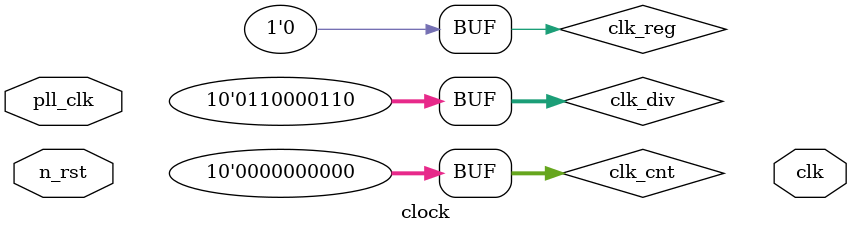
<source format=v>
module clock #(parameter BAUD_RATE = 9600) (
  input pll_clk, n_rst,
  output clk
);
  
  // BAUD_RATE: clk_div = [120MHz/(BAUD_RATE)*16] / 2 - 1

  always @(*) begin
    case(BAUD_RATE)
      4800: clk_div = 780;
      9600: clk_div = 390;
      14400: clk_div = 259;
      19200: clk_div = 194;
      38400: clk_div = 97;
      57600: clk_div = 64;
      115200: clk_div = 32;
      230400: clk_div = 15;
      460800: clk_div = 7;
      921600: clk_div = 3;
    endcase
  end

  // Divisor de frequência de clock
  reg [9:0] clk_div = 390;
  reg [9:0] clk_cnt = 0;
  reg clk_reg = 1'b0;

  always @(posedge pll_clk, negedge n_rst) begin
    
  end

endmodule
</source>
